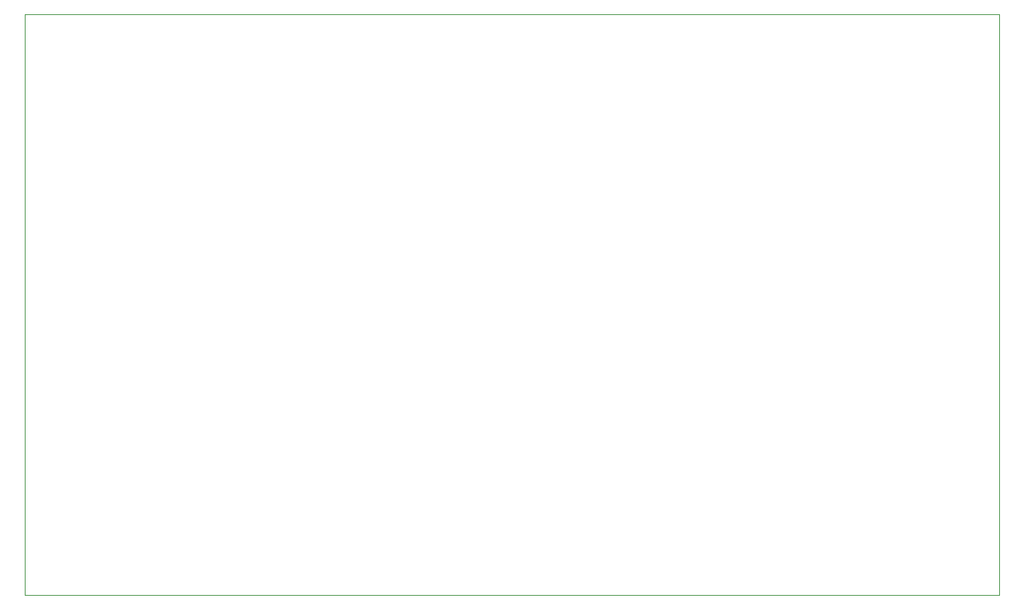
<source format=gbr>
G04*
G04 #@! TF.GenerationSoftware,Altium Limited,Altium Designer,22.11.1 (43)*
G04*
G04 Layer_Color=0*
%FSLAX25Y25*%
%MOIN*%
G70*
G04*
G04 #@! TF.SameCoordinates,CBAEC89D-BC59-4BCD-ABD7-6F5F8566886D*
G04*
G04*
G04 #@! TF.FilePolarity,Positive*
G04*
G01*
G75*
%ADD37C,0.00100*%
D37*
X100000Y100000D02*
X532500D01*
Y358000D01*
X100000D01*
Y100000D01*
M02*

</source>
